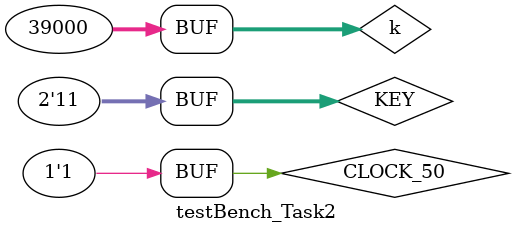
<source format=v>
module testBench_Task2();

wire	VGA_R,
			VGA_G,
			VGA_B,
			VGA_HS,
			VGA_VS,
			VGA_BLANK_N,
			VGA_SYNC_N,
			VGA_CLK;



wire [2:0]color;
wire [7:0]xCoord;
wire [6:0]yCoord;


reg [3:2]KEY; 
reg	CLOCK_50;
integer k;

top_VGA dut(	.KEY(KEY), 
					.CLOCK_50(CLOCK_50),
					.color(color),
					.xCoord(xCoord),
					.yCoord(yCoord),
					
					
					
					.VGA_R(VGA_R),
					.VGA_G(VGA_G),
					.VGA_B(VGA_B),
					.VGA_HS(VGA_HS),
					.VGA_VS(VGA_VS),
					.VGA_BLANK_N(VGA_BLANK_N),
					.VGA_SYNC_N(VGA_SYNC_N),
					.VGA_CLK(VGA_CLK));
					
					
initial 
begin

KEY = 2'b11;
CLOCK_50 = 1'b0;
#10;

KEY = 2'b01;
CLOCK_50 = 1'b1;
#10;

KEY = 2'b11;
CLOCK_50 = 1'b1;
#10;

for(k = 0; k < 39000; k = k + 1)
begin

CLOCK_50 = ~CLOCK_50;
#10;

end

end

endmodule 
</source>
